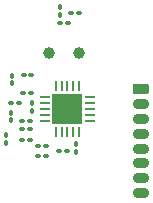
<source format=gbr>
%TF.GenerationSoftware,KiCad,Pcbnew,8.0.1*%
%TF.CreationDate,2024-04-19T15:46:35-07:00*%
%TF.ProjectId,SCH_Dise_o-de-modulo NRF24L01 2.4GHz_Redimensionamiento Y Cambio de interfaz,5343485f-4469-4736-95f1-6f2d64652d6d,rev?*%
%TF.SameCoordinates,Original*%
%TF.FileFunction,Soldermask,Top*%
%TF.FilePolarity,Negative*%
%FSLAX46Y46*%
G04 Gerber Fmt 4.6, Leading zero omitted, Abs format (unit mm)*
G04 Created by KiCad (PCBNEW 8.0.1) date 2024-04-19 15:46:35*
%MOMM*%
%LPD*%
G01*
G04 APERTURE LIST*
G04 Aperture macros list*
%AMRoundRect*
0 Rectangle with rounded corners*
0 $1 Rounding radius*
0 $2 $3 $4 $5 $6 $7 $8 $9 X,Y pos of 4 corners*
0 Add a 4 corners polygon primitive as box body*
4,1,4,$2,$3,$4,$5,$6,$7,$8,$9,$2,$3,0*
0 Add four circle primitives for the rounded corners*
1,1,$1+$1,$2,$3*
1,1,$1+$1,$4,$5*
1,1,$1+$1,$6,$7*
1,1,$1+$1,$8,$9*
0 Add four rect primitives between the rounded corners*
20,1,$1+$1,$2,$3,$4,$5,0*
20,1,$1+$1,$4,$5,$6,$7,0*
20,1,$1+$1,$6,$7,$8,$9,0*
20,1,$1+$1,$8,$9,$2,$3,0*%
G04 Aperture macros list end*
%ADD10C,1.000000*%
%ADD11RoundRect,0.100000X-0.130000X-0.100000X0.130000X-0.100000X0.130000X0.100000X-0.130000X0.100000X0*%
%ADD12RoundRect,0.100000X0.130000X0.100000X-0.130000X0.100000X-0.130000X-0.100000X0.130000X-0.100000X0*%
%ADD13RoundRect,0.062500X0.350000X0.062500X-0.350000X0.062500X-0.350000X-0.062500X0.350000X-0.062500X0*%
%ADD14RoundRect,0.062500X0.062500X0.350000X-0.062500X0.350000X-0.062500X-0.350000X0.062500X-0.350000X0*%
%ADD15R,2.500000X2.500000*%
%ADD16RoundRect,0.100000X-0.100000X0.130000X-0.100000X-0.130000X0.100000X-0.130000X0.100000X0.130000X0*%
%ADD17RoundRect,0.225000X-0.475000X0.225000X-0.475000X-0.225000X0.475000X-0.225000X0.475000X0.225000X0*%
%ADD18O,1.400000X0.900000*%
%ADD19RoundRect,0.100000X0.100000X-0.130000X0.100000X0.130000X-0.100000X0.130000X-0.100000X-0.130000X0*%
G04 APERTURE END LIST*
D10*
%TO.C,Y1*%
X134210000Y-66310000D03*
X131670000Y-66310000D03*
%TD*%
D11*
%TO.C,C4*%
X134180000Y-62880000D03*
X133540000Y-62880000D03*
%TD*%
D12*
%TO.C,C3*%
X131425000Y-74140000D03*
X130785000Y-74140000D03*
%TD*%
D13*
%TO.C,U1*%
X135180000Y-71990000D03*
X135180000Y-71490000D03*
X135180000Y-70990000D03*
X135180000Y-70490000D03*
X135180000Y-69990000D03*
D14*
X134242500Y-69052500D03*
X133742500Y-69052500D03*
X133242500Y-69052500D03*
X132742500Y-69052500D03*
X132242500Y-69052500D03*
D13*
X131305000Y-69990000D03*
X131305000Y-70490000D03*
X131305000Y-70990000D03*
X131305000Y-71490000D03*
X131305000Y-71990000D03*
D14*
X132242500Y-72927500D03*
X132742500Y-72927500D03*
X133242500Y-72927500D03*
X133742500Y-72927500D03*
X134242500Y-72927500D03*
D15*
X133242500Y-70990000D03*
%TD*%
D12*
%TO.C,R2*%
X133250000Y-63740000D03*
X132610000Y-63740000D03*
%TD*%
D11*
%TO.C,R1*%
X133205000Y-74560000D03*
X132565000Y-74560000D03*
%TD*%
D16*
%TO.C,L4*%
X128040000Y-73250000D03*
X128040000Y-73890000D03*
%TD*%
D12*
%TO.C,L3*%
X130155000Y-69670000D03*
X129515000Y-69670000D03*
%TD*%
%TO.C,L2*%
X129100000Y-70540000D03*
X128460000Y-70540000D03*
%TD*%
D16*
%TO.C,L1*%
X130280000Y-70515000D03*
X130280000Y-71155000D03*
%TD*%
D17*
%TO.C,J1*%
X139490000Y-69360000D03*
D18*
X139490000Y-70610000D03*
X139490000Y-71860000D03*
X139490000Y-73110000D03*
X139490000Y-74360000D03*
X139490000Y-75610000D03*
X139490000Y-76860000D03*
X139490000Y-78110000D03*
%TD*%
D11*
%TO.C,C11*%
X129410000Y-73620000D03*
X130050000Y-73620000D03*
%TD*%
%TO.C,C10*%
X129405000Y-72740000D03*
X130045000Y-72740000D03*
%TD*%
%TO.C,C9*%
X129410000Y-72000000D03*
X130050000Y-72000000D03*
%TD*%
D12*
%TO.C,C8*%
X130180000Y-68170000D03*
X129540000Y-68170000D03*
%TD*%
D16*
%TO.C,C7*%
X128440000Y-71965000D03*
X128440000Y-71325000D03*
%TD*%
D19*
%TO.C,C6*%
X128550000Y-68840000D03*
X128550000Y-68200000D03*
%TD*%
%TO.C,C5*%
X132570000Y-63015000D03*
X132570000Y-62375000D03*
%TD*%
D16*
%TO.C,C2*%
X134000000Y-74010000D03*
X134000000Y-74650000D03*
%TD*%
D12*
%TO.C,C1*%
X131425000Y-74960000D03*
X130785000Y-74960000D03*
%TD*%
M02*

</source>
